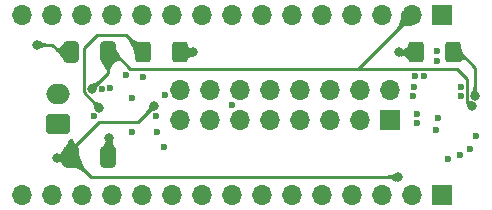
<source format=gbr>
%TF.GenerationSoftware,KiCad,Pcbnew,7.0.8*%
%TF.CreationDate,2023-10-11T21:33:04+02:00*%
%TF.ProjectId,LvL_shifter_shield,4c764c5f-7368-4696-9674-65725f736869,rev?*%
%TF.SameCoordinates,Original*%
%TF.FileFunction,Copper,L6,Bot*%
%TF.FilePolarity,Positive*%
%FSLAX46Y46*%
G04 Gerber Fmt 4.6, Leading zero omitted, Abs format (unit mm)*
G04 Created by KiCad (PCBNEW 7.0.8) date 2023-10-11 21:33:04*
%MOMM*%
%LPD*%
G01*
G04 APERTURE LIST*
G04 Aperture macros list*
%AMRoundRect*
0 Rectangle with rounded corners*
0 $1 Rounding radius*
0 $2 $3 $4 $5 $6 $7 $8 $9 X,Y pos of 4 corners*
0 Add a 4 corners polygon primitive as box body*
4,1,4,$2,$3,$4,$5,$6,$7,$8,$9,$2,$3,0*
0 Add four circle primitives for the rounded corners*
1,1,$1+$1,$2,$3*
1,1,$1+$1,$4,$5*
1,1,$1+$1,$6,$7*
1,1,$1+$1,$8,$9*
0 Add four rect primitives between the rounded corners*
20,1,$1+$1,$2,$3,$4,$5,0*
20,1,$1+$1,$4,$5,$6,$7,0*
20,1,$1+$1,$6,$7,$8,$9,0*
20,1,$1+$1,$8,$9,$2,$3,0*%
G04 Aperture macros list end*
%TA.AperFunction,ComponentPad*%
%ADD10RoundRect,0.250000X0.750000X-0.600000X0.750000X0.600000X-0.750000X0.600000X-0.750000X-0.600000X0*%
%TD*%
%TA.AperFunction,ComponentPad*%
%ADD11O,2.000000X1.700000*%
%TD*%
%TA.AperFunction,ComponentPad*%
%ADD12R,1.700000X1.700000*%
%TD*%
%TA.AperFunction,ComponentPad*%
%ADD13O,1.700000X1.700000*%
%TD*%
%TA.AperFunction,SMDPad,CuDef*%
%ADD14RoundRect,0.250000X0.400000X0.625000X-0.400000X0.625000X-0.400000X-0.625000X0.400000X-0.625000X0*%
%TD*%
%TA.AperFunction,SMDPad,CuDef*%
%ADD15RoundRect,0.250000X-0.400000X-0.625000X0.400000X-0.625000X0.400000X0.625000X-0.400000X0.625000X0*%
%TD*%
%TA.AperFunction,SMDPad,CuDef*%
%ADD16RoundRect,0.250000X-0.412500X-0.650000X0.412500X-0.650000X0.412500X0.650000X-0.412500X0.650000X0*%
%TD*%
%TA.AperFunction,ViaPad*%
%ADD17C,0.800000*%
%TD*%
%TA.AperFunction,ViaPad*%
%ADD18C,0.600000*%
%TD*%
%TA.AperFunction,Conductor*%
%ADD19C,0.250000*%
%TD*%
G04 APERTURE END LIST*
D10*
%TO.P,J4,1,Pin_1*%
%TO.N,GND*%
X109067600Y-87325200D03*
D11*
%TO.P,J4,2,Pin_2*%
%TO.N,+5V*%
X109067600Y-84825200D03*
%TD*%
D12*
%TO.P,J1,1,Pin_1*%
%TO.N,Net-(J1-Pin_1)*%
X137160000Y-86995000D03*
D13*
%TO.P,J1,2,Pin_2*%
%TO.N,Net-(J1-Pin_2)*%
X137160000Y-84455000D03*
%TO.P,J1,3,Pin_3*%
%TO.N,Net-(J1-Pin_3)*%
X134620000Y-86995000D03*
%TO.P,J1,4,Pin_4*%
%TO.N,GND*%
X134620000Y-84455000D03*
%TO.P,J1,5,Pin_5*%
%TO.N,Net-(J1-Pin_5)*%
X132080000Y-86995000D03*
%TO.P,J1,6,Pin_6*%
%TO.N,Net-(J1-Pin_6)*%
X132080000Y-84455000D03*
%TO.P,J1,7,Pin_7*%
%TO.N,Net-(J1-Pin_7)*%
X129540000Y-86995000D03*
%TO.P,J1,8,Pin_8*%
%TO.N,Net-(J1-Pin_8)*%
X129540000Y-84455000D03*
%TO.P,J1,9,Pin_9*%
%TO.N,Net-(J1-Pin_9)*%
X127000000Y-86995000D03*
%TO.P,J1,10,Pin_10*%
%TO.N,Net-(J1-Pin_10)*%
X127000000Y-84455000D03*
%TO.P,J1,11,Pin_11*%
%TO.N,Net-(J1-Pin_11)*%
X124460000Y-86995000D03*
%TO.P,J1,12,Pin_12*%
%TO.N,Net-(J1-Pin_12)*%
X124460000Y-84455000D03*
%TO.P,J1,13,Pin_13*%
%TO.N,Net-(J1-Pin_13)*%
X121920000Y-86995000D03*
%TO.P,J1,14,Pin_14*%
%TO.N,Net-(J1-Pin_14)*%
X121920000Y-84455000D03*
%TO.P,J1,15,Pin_15*%
%TO.N,Net-(J1-Pin_15)*%
X119380000Y-86995000D03*
%TO.P,J1,16,Pin_16*%
%TO.N,GND*%
X119380000Y-84455000D03*
%TD*%
D14*
%TO.P,R2,1*%
%TO.N,GND*%
X119380000Y-81280000D03*
%TO.P,R2,2*%
%TO.N,Net-(U2-OE)*%
X116280000Y-81280000D03*
%TD*%
D12*
%TO.P,J3,1,Pin_1*%
%TO.N,unconnected-(J3-Pin_1-Pad1)*%
X141605000Y-93345000D03*
D13*
%TO.P,J3,2,Pin_2*%
%TO.N,unconnected-(J3-Pin_2-Pad2)*%
X139065000Y-93345000D03*
%TO.P,J3,3,Pin_3*%
%TO.N,unconnected-(J3-Pin_3-Pad3)*%
X136525000Y-93345000D03*
%TO.P,J3,4,Pin_4*%
%TO.N,GND*%
X133985000Y-93345000D03*
%TO.P,J3,5,Pin_5*%
%TO.N,Net-(J3-Pin_5)*%
X131445000Y-93345000D03*
%TO.P,J3,6,Pin_6*%
%TO.N,Net-(J3-Pin_6)*%
X128905000Y-93345000D03*
%TO.P,J3,7,Pin_7*%
%TO.N,Net-(J3-Pin_7)*%
X126365000Y-93345000D03*
%TO.P,J3,8,Pin_8*%
%TO.N,Net-(J3-Pin_8)*%
X123825000Y-93345000D03*
%TO.P,J3,9,Pin_9*%
%TO.N,Net-(J3-Pin_9)*%
X121285000Y-93345000D03*
%TO.P,J3,10,Pin_10*%
%TO.N,Net-(J3-Pin_10)*%
X118745000Y-93345000D03*
%TO.P,J3,11,Pin_11*%
%TO.N,unconnected-(J3-Pin_11-Pad11)*%
X116205000Y-93345000D03*
%TO.P,J3,12,Pin_12*%
%TO.N,Net-(J3-Pin_12)*%
X113665000Y-93345000D03*
%TO.P,J3,13,Pin_13*%
%TO.N,Net-(J3-Pin_13)*%
X111125000Y-93345000D03*
%TO.P,J3,14,Pin_14*%
%TO.N,Net-(J3-Pin_14)*%
X108585000Y-93345000D03*
%TO.P,J3,15,Pin_15*%
%TO.N,unconnected-(J3-Pin_15-Pad15)*%
X106045000Y-93345000D03*
%TD*%
D15*
%TO.P,R1,1*%
%TO.N,GND*%
X139420000Y-81280000D03*
%TO.P,R1,2*%
%TO.N,Net-(U1-OE)*%
X142520000Y-81280000D03*
%TD*%
D16*
%TO.P,C1,1*%
%TO.N,+5V*%
X110197500Y-90170000D03*
%TO.P,C1,2*%
%TO.N,GND*%
X113322500Y-90170000D03*
%TD*%
%TO.P,C2,1*%
%TO.N,GND*%
X110197500Y-81280000D03*
%TO.P,C2,2*%
%TO.N,+3.3V*%
X113322500Y-81280000D03*
%TD*%
D12*
%TO.P,J2,1,Pin_1*%
%TO.N,unconnected-(J2-Pin_1-Pad1)*%
X141575000Y-78105000D03*
D13*
%TO.P,J2,2,Pin_2*%
%TO.N,+3.3V*%
X139035000Y-78105000D03*
%TO.P,J2,3,Pin_3*%
%TO.N,unconnected-(J2-Pin_3-Pad3)*%
X136495000Y-78105000D03*
%TO.P,J2,4,Pin_4*%
%TO.N,Net-(J2-Pin_4)*%
X133955000Y-78105000D03*
%TO.P,J2,5,Pin_5*%
%TO.N,Net-(J2-Pin_5)*%
X131415000Y-78105000D03*
%TO.P,J2,6,Pin_6*%
%TO.N,Net-(J2-Pin_6)*%
X128875000Y-78105000D03*
%TO.P,J2,7,Pin_7*%
%TO.N,Net-(J2-Pin_7)*%
X126335000Y-78105000D03*
%TO.P,J2,8,Pin_8*%
%TO.N,Net-(J2-Pin_8)*%
X123795000Y-78105000D03*
%TO.P,J2,9,Pin_9*%
%TO.N,unconnected-(J2-Pin_9-Pad9)*%
X121255000Y-78105000D03*
%TO.P,J2,10,Pin_10*%
%TO.N,unconnected-(J2-Pin_10-Pad10)*%
X118715000Y-78105000D03*
%TO.P,J2,11,Pin_11*%
%TO.N,unconnected-(J2-Pin_11-Pad11)*%
X116175000Y-78105000D03*
%TO.P,J2,12,Pin_12*%
%TO.N,unconnected-(J2-Pin_12-Pad12)*%
X113635000Y-78105000D03*
%TO.P,J2,13,Pin_13*%
%TO.N,unconnected-(J2-Pin_13-Pad13)*%
X111095000Y-78105000D03*
%TO.P,J2,14,Pin_14*%
%TO.N,GND*%
X108555000Y-78105000D03*
%TO.P,J2,15,Pin_15*%
%TO.N,unconnected-(J2-Pin_15-Pad15)*%
X106015000Y-78105000D03*
%TD*%
D17*
%TO.N,+5V*%
X108966000Y-90220800D03*
X117217418Y-85805109D03*
X137845800Y-91846400D03*
%TO.N,GND*%
X137936900Y-81280000D03*
X113411000Y-88519000D03*
X107315000Y-80645000D03*
X120548400Y-81280000D03*
%TO.N,+3.3V*%
X144094200Y-85852000D03*
X111973957Y-84349500D03*
D18*
%TO.N,Net-(J1-Pin_1)*%
X141071600Y-87815900D03*
%TO.N,Net-(J1-Pin_2)*%
X139471400Y-87249000D03*
%TO.N,Net-(J1-Pin_3)*%
X141224000Y-86791800D03*
%TO.N,Net-(J1-Pin_5)*%
X139471400Y-86449500D03*
%TO.N,Net-(J1-Pin_6)*%
X139106900Y-85000500D03*
%TO.N,Net-(J1-Pin_7)*%
X139213273Y-84223994D03*
%TO.N,Net-(J1-Pin_8)*%
X139318127Y-83252300D03*
%TO.N,Net-(J1-Pin_9)*%
X140055600Y-83252300D03*
%TO.N,Net-(J1-Pin_10)*%
X116255800Y-83328500D03*
%TO.N,Net-(J1-Pin_11)*%
X118161541Y-84911459D03*
%TO.N,Net-(J1-Pin_12)*%
X123799600Y-85725000D03*
%TO.N,Net-(J1-Pin_13)*%
X118059200Y-89255600D03*
%TO.N,Net-(J1-Pin_14)*%
X117398800Y-86690200D03*
%TO.N,Net-(J1-Pin_15)*%
X117449600Y-88011000D03*
%TO.N,Net-(J2-Pin_4)*%
X141198600Y-81178400D03*
%TO.N,Net-(J2-Pin_5)*%
X114808000Y-83210400D03*
%TO.N,Net-(J2-Pin_6)*%
X113471413Y-84285500D03*
%TO.N,Net-(J2-Pin_7)*%
X112773200Y-84369864D03*
%TO.N,Net-(J2-Pin_8)*%
X141198600Y-82016600D03*
%TO.N,Net-(J3-Pin_5)*%
X142087600Y-90322400D03*
%TO.N,Net-(J3-Pin_6)*%
X143078200Y-89941400D03*
%TO.N,Net-(J3-Pin_7)*%
X143941800Y-89433400D03*
%TO.N,Net-(J3-Pin_8)*%
X144475200Y-88341200D03*
%TO.N,Net-(J3-Pin_9)*%
X143214100Y-84939103D03*
%TO.N,Net-(J3-Pin_10)*%
X143205200Y-84175600D03*
%TO.N,Net-(J3-Pin_12)*%
X115341400Y-85166200D03*
%TO.N,Net-(J3-Pin_13)*%
X112166400Y-86635500D03*
%TO.N,Net-(J3-Pin_14)*%
X115366800Y-87994500D03*
D17*
%TO.N,Net-(U1-OE)*%
X144373600Y-84963000D03*
%TO.N,Net-(U2-OE)*%
X112582201Y-85952628D03*
%TD*%
D19*
%TO.N,+5V*%
X137820400Y-91821000D02*
X111848500Y-91821000D01*
X111848500Y-91821000D02*
X110197500Y-90170000D01*
X117217418Y-85805109D02*
X115849727Y-87172800D01*
X115849727Y-87172800D02*
X112572800Y-87172800D01*
X110197500Y-89548100D02*
X110197500Y-90170000D01*
X137845800Y-91846400D02*
X137820400Y-91821000D01*
X110146700Y-90220800D02*
X110197500Y-90170000D01*
X112572800Y-87172800D02*
X110197500Y-89548100D01*
X108966000Y-90220800D02*
X110146700Y-90220800D01*
%TO.N,GND*%
X139420000Y-81280000D02*
X137936900Y-81280000D01*
X113411000Y-90081500D02*
X113322500Y-90170000D01*
X109220000Y-81280000D02*
X110197500Y-81280000D01*
X108585000Y-80645000D02*
X109220000Y-81280000D01*
X113411000Y-88519000D02*
X113411000Y-90081500D01*
X120548400Y-81280000D02*
X119380000Y-81280000D01*
X107315000Y-80645000D02*
X108585000Y-80645000D01*
%TO.N,+3.3V*%
X115163600Y-82651600D02*
X134493000Y-82651600D01*
X111973957Y-84349500D02*
X113322500Y-83000957D01*
X113322500Y-81280000D02*
X113792000Y-81280000D01*
X143738600Y-83540600D02*
X143738600Y-85496400D01*
X113792000Y-81280000D02*
X115163600Y-82651600D01*
X113322500Y-83000957D02*
X113322500Y-81280000D01*
X137083800Y-80056200D02*
X137083800Y-80060800D01*
X139035000Y-78105000D02*
X137083800Y-80056200D01*
X143738600Y-85496400D02*
X144094200Y-85852000D01*
X142849600Y-82651600D02*
X143738600Y-83540600D01*
X134493000Y-82651600D02*
X142849600Y-82651600D01*
X137083800Y-80060800D02*
X134493000Y-82651600D01*
%TO.N,Net-(U1-OE)*%
X143078200Y-81280000D02*
X142520000Y-81280000D01*
X144373600Y-84963000D02*
X144373600Y-82575400D01*
X144373600Y-82575400D02*
X143078200Y-81280000D01*
%TO.N,Net-(U2-OE)*%
X112582201Y-85952628D02*
X111252000Y-84622427D01*
X111252000Y-84622427D02*
X111252000Y-80924400D01*
X114832200Y-79832200D02*
X116280000Y-81280000D01*
X112344200Y-79832200D02*
X114832200Y-79832200D01*
X111252000Y-80924400D02*
X112344200Y-79832200D01*
%TD*%
%TA.AperFunction,Conductor*%
%TO.N,+3.3V*%
G36*
X112458928Y-83703100D02*
G01*
X112620356Y-83864528D01*
X112623783Y-83872801D01*
X112620953Y-83880431D01*
X112517247Y-84000987D01*
X112460357Y-84107715D01*
X112457773Y-84116805D01*
X112454793Y-84121877D01*
X112445150Y-84131521D01*
X112387553Y-84244561D01*
X112367708Y-84369863D01*
X112367708Y-84369864D01*
X112374056Y-84409949D01*
X112373559Y-84415600D01*
X112347557Y-84490856D01*
X112341616Y-84497556D01*
X112332677Y-84498094D01*
X112332046Y-84497855D01*
X111977761Y-84352063D01*
X111971414Y-84345745D01*
X111971393Y-84345695D01*
X111877202Y-84116805D01*
X111825600Y-83991408D01*
X111825621Y-83982455D01*
X111831968Y-83976137D01*
X111832568Y-83975910D01*
X111985402Y-83923099D01*
X111985899Y-83922954D01*
X112110367Y-83893049D01*
X112215741Y-83863098D01*
X112322469Y-83806207D01*
X112443028Y-83702502D01*
X112451532Y-83699706D01*
X112458928Y-83703100D01*
G37*
%TD.AperFunction*%
%TD*%
%TA.AperFunction,Conductor*%
%TO.N,GND*%
G36*
X120399818Y-80921273D02*
G01*
X120400096Y-80921888D01*
X120547523Y-81275498D01*
X120547544Y-81284452D01*
X120547523Y-81284502D01*
X120400096Y-81638111D01*
X120393749Y-81644429D01*
X120384795Y-81644408D01*
X120384189Y-81644134D01*
X120238820Y-81573427D01*
X120238324Y-81573156D01*
X120129184Y-81506301D01*
X120033493Y-81452969D01*
X120033488Y-81452967D01*
X119917802Y-81417729D01*
X119917796Y-81417728D01*
X119759223Y-81405813D01*
X119751230Y-81401776D01*
X119748400Y-81394146D01*
X119748400Y-81165853D01*
X119751827Y-81157580D01*
X119759221Y-81154186D01*
X119917798Y-81142270D01*
X119917800Y-81142269D01*
X119917802Y-81142269D01*
X120033488Y-81107031D01*
X120033489Y-81107030D01*
X120033494Y-81107029D01*
X120129184Y-81053697D01*
X120238333Y-80986836D01*
X120238816Y-80986572D01*
X120384181Y-80915868D01*
X120393118Y-80915332D01*
X120399818Y-80921273D01*
G37*
%TD.AperFunction*%
%TD*%
%TA.AperFunction,Conductor*%
%TO.N,+5V*%
G36*
X110323333Y-88610927D02*
G01*
X110325656Y-88614238D01*
X110426196Y-88828920D01*
X110529889Y-89021308D01*
X110529889Y-89021307D01*
X110633576Y-89184661D01*
X110633582Y-89184670D01*
X110737273Y-89319009D01*
X110833406Y-89416647D01*
X110836769Y-89424947D01*
X110833932Y-89432494D01*
X110206363Y-90160715D01*
X110198366Y-90164745D01*
X110189862Y-90161940D01*
X110188637Y-90160715D01*
X109561066Y-89432494D01*
X109558261Y-89423990D01*
X109561590Y-89416649D01*
X109657723Y-89319012D01*
X109761417Y-89184670D01*
X109865110Y-89021307D01*
X109865110Y-89021308D01*
X109899676Y-88957174D01*
X109968806Y-88828914D01*
X110069344Y-88614237D01*
X110075957Y-88608199D01*
X110079940Y-88607500D01*
X110315060Y-88607500D01*
X110323333Y-88610927D01*
G37*
%TD.AperFunction*%
%TD*%
%TA.AperFunction,Conductor*%
%TO.N,+5V*%
G36*
X137697223Y-91487662D02*
G01*
X137697433Y-91488137D01*
X137844923Y-91841898D01*
X137844944Y-91850852D01*
X137844923Y-91850902D01*
X137697569Y-92204336D01*
X137691222Y-92210654D01*
X137682268Y-92210633D01*
X137681494Y-92210277D01*
X137536215Y-92136884D01*
X137535560Y-92136498D01*
X137428099Y-92063370D01*
X137334560Y-92002650D01*
X137220422Y-91961284D01*
X137206320Y-91960012D01*
X137061502Y-91946959D01*
X137053570Y-91942803D01*
X137050852Y-91935306D01*
X137050852Y-91706998D01*
X137054279Y-91698725D01*
X137061828Y-91695320D01*
X137217753Y-91685666D01*
X137333060Y-91656234D01*
X137333065Y-91656231D01*
X137333067Y-91656231D01*
X137429094Y-91610058D01*
X137429093Y-91610058D01*
X137429103Y-91610053D01*
X137538069Y-91549554D01*
X137538359Y-91549406D01*
X137681660Y-91482049D01*
X137690602Y-91481632D01*
X137697223Y-91487662D01*
G37*
%TD.AperFunction*%
%TD*%
%TA.AperFunction,Conductor*%
%TO.N,+5V*%
G36*
X109543466Y-89542569D02*
G01*
X109544786Y-89543661D01*
X110190087Y-90161940D01*
X110193690Y-90170138D01*
X110190476Y-90178446D01*
X109552366Y-90850191D01*
X109544183Y-90853829D01*
X109535825Y-90850616D01*
X109534631Y-90849295D01*
X109427577Y-90710850D01*
X109312183Y-90584807D01*
X109312179Y-90584803D01*
X109312175Y-90584799D01*
X109196797Y-90481958D01*
X109196791Y-90481953D01*
X109196788Y-90481951D01*
X109081397Y-90402283D01*
X109081396Y-90402282D01*
X108972556Y-90349008D01*
X108966632Y-90342293D01*
X108966000Y-90338499D01*
X108966000Y-90102625D01*
X108969427Y-90094352D01*
X108971939Y-90092442D01*
X109079800Y-90031461D01*
X109193600Y-89943140D01*
X109307399Y-89830837D01*
X109378578Y-89745593D01*
X109421200Y-89694551D01*
X109421199Y-89694551D01*
X109527153Y-89545333D01*
X109534736Y-89540574D01*
X109543466Y-89542569D01*
G37*
%TD.AperFunction*%
%TD*%
%TA.AperFunction,Conductor*%
%TO.N,GND*%
G36*
X120031713Y-80639869D02*
G01*
X120033049Y-80641456D01*
X120129696Y-80779472D01*
X120129697Y-80779472D01*
X120129701Y-80779478D01*
X120184935Y-80846619D01*
X120234362Y-80906702D01*
X120234388Y-80906731D01*
X120339048Y-81011716D01*
X120339050Y-81011718D01*
X120391387Y-81053098D01*
X120443723Y-81094477D01*
X120542556Y-81151621D01*
X120548003Y-81158729D01*
X120548400Y-81161750D01*
X120548400Y-81398249D01*
X120544973Y-81406522D01*
X120542556Y-81408378D01*
X120443723Y-81465521D01*
X120339052Y-81548279D01*
X120339048Y-81548282D01*
X120234388Y-81653267D01*
X120234362Y-81653296D01*
X120167431Y-81734657D01*
X120129701Y-81780521D01*
X120129697Y-81780527D01*
X120129696Y-81780527D01*
X120033049Y-81918543D01*
X120025496Y-81923354D01*
X120016754Y-81921416D01*
X120015170Y-81920083D01*
X119387196Y-81288246D01*
X119383795Y-81279964D01*
X119387196Y-81271753D01*
X120015169Y-80639917D01*
X120023429Y-80636467D01*
X120031713Y-80639869D01*
G37*
%TD.AperFunction*%
%TD*%
%TA.AperFunction,Conductor*%
%TO.N,Net-(U1-OE)*%
G36*
X143174915Y-80887653D02*
G01*
X143175565Y-80888856D01*
X143279597Y-81111642D01*
X143279597Y-81111643D01*
X143279601Y-81111650D01*
X143389202Y-81315615D01*
X143472979Y-81448019D01*
X143498807Y-81488839D01*
X143498808Y-81488841D01*
X143608406Y-81631307D01*
X143608410Y-81631312D01*
X143661854Y-81685791D01*
X143709892Y-81734759D01*
X143713239Y-81743063D01*
X143709813Y-81751224D01*
X143544244Y-81916793D01*
X143536984Y-81920176D01*
X143436123Y-81928942D01*
X143436119Y-81928942D01*
X143436118Y-81928943D01*
X143421039Y-81932699D01*
X143331016Y-81955123D01*
X143330998Y-81955129D01*
X143225899Y-81998357D01*
X143225897Y-81998358D01*
X143120782Y-82058640D01*
X143120778Y-82058643D01*
X143026183Y-82128235D01*
X143017489Y-82130378D01*
X143009826Y-82125744D01*
X143009132Y-82124684D01*
X142540339Y-81315615D01*
X142524993Y-81289130D01*
X142523810Y-81280253D01*
X142528962Y-81273314D01*
X143158812Y-80883854D01*
X143167650Y-80882418D01*
X143174915Y-80887653D01*
G37*
%TD.AperFunction*%
%TD*%
%TA.AperFunction,Conductor*%
%TO.N,+3.3V*%
G36*
X113989648Y-80910594D02*
G01*
X113990216Y-80911725D01*
X114096369Y-81154933D01*
X114096374Y-81154943D01*
X114207737Y-81377840D01*
X114319106Y-81568499D01*
X114430479Y-81726914D01*
X114474893Y-81777226D01*
X114534570Y-81844827D01*
X114537476Y-81853296D01*
X114534072Y-81860842D01*
X114368807Y-82026107D01*
X114360534Y-82029534D01*
X114359792Y-82029510D01*
X114258193Y-82023054D01*
X114258187Y-82023054D01*
X114158945Y-82032078D01*
X114151309Y-82032773D01*
X114116558Y-82041299D01*
X114044432Y-82058997D01*
X113937547Y-82101731D01*
X113937537Y-82101736D01*
X113840728Y-82155395D01*
X113831831Y-82156409D01*
X113824923Y-82151011D01*
X113752832Y-82026107D01*
X113327662Y-81289463D01*
X113326495Y-81280585D01*
X113331946Y-81273482D01*
X113973683Y-80906249D01*
X113982565Y-80905115D01*
X113989648Y-80910594D01*
G37*
%TD.AperFunction*%
%TD*%
%TA.AperFunction,Conductor*%
%TO.N,GND*%
G36*
X113536301Y-88610927D02*
G01*
X113538915Y-88614917D01*
X113621993Y-88826250D01*
X113707987Y-89017308D01*
X113793982Y-89180674D01*
X113825407Y-89230254D01*
X113879970Y-89316340D01*
X113959930Y-89416745D01*
X113962404Y-89425352D01*
X113959641Y-89431672D01*
X113332241Y-90159696D01*
X113324244Y-90163726D01*
X113315740Y-90160921D01*
X113313846Y-90158843D01*
X112739517Y-89352064D01*
X112737511Y-89343337D01*
X112741567Y-89336284D01*
X112843778Y-89251292D01*
X112954333Y-89131755D01*
X113064889Y-88984610D01*
X113064892Y-88984606D01*
X113175443Y-88809861D01*
X113282673Y-88613590D01*
X113289647Y-88607973D01*
X113292941Y-88607500D01*
X113528028Y-88607500D01*
X113536301Y-88610927D01*
G37*
%TD.AperFunction*%
%TD*%
%TA.AperFunction,Conductor*%
%TO.N,+5V*%
G36*
X109129604Y-89856391D02*
G01*
X109130197Y-89856658D01*
X109270360Y-89924832D01*
X109275581Y-89927372D01*
X109276078Y-89927644D01*
X109385215Y-89994497D01*
X109480905Y-90047829D01*
X109480910Y-90047831D01*
X109596596Y-90083069D01*
X109596599Y-90083069D01*
X109596601Y-90083070D01*
X109755178Y-90094986D01*
X109763170Y-90099023D01*
X109766000Y-90106653D01*
X109766000Y-90334946D01*
X109762573Y-90343219D01*
X109755177Y-90346613D01*
X109596602Y-90358528D01*
X109596596Y-90358529D01*
X109480910Y-90393767D01*
X109480905Y-90393769D01*
X109385215Y-90447101D01*
X109276078Y-90513953D01*
X109275581Y-90514225D01*
X109130220Y-90584930D01*
X109121281Y-90585467D01*
X109114581Y-90579527D01*
X109114303Y-90578911D01*
X109037114Y-90393770D01*
X108966875Y-90225299D01*
X108966855Y-90216350D01*
X109114303Y-89862687D01*
X109120650Y-89856370D01*
X109129604Y-89856391D01*
G37*
%TD.AperFunction*%
%TD*%
%TA.AperFunction,Conductor*%
%TO.N,+3.3V*%
G36*
X143862563Y-85202720D02*
G01*
X143865691Y-85208365D01*
X143895520Y-85337776D01*
X143979899Y-85401734D01*
X143979900Y-85401734D01*
X143979901Y-85401735D01*
X143979900Y-85401735D01*
X144099661Y-85433437D01*
X144236039Y-85474642D01*
X144239199Y-85476143D01*
X144365300Y-85561233D01*
X144370241Y-85568702D01*
X144368455Y-85577476D01*
X144367044Y-85579191D01*
X144097641Y-85849546D01*
X144089374Y-85852987D01*
X144089324Y-85852987D01*
X143705284Y-85852027D01*
X143697019Y-85848579D01*
X143693629Y-85840929D01*
X143685817Y-85689417D01*
X143685817Y-85689414D01*
X143665828Y-85574895D01*
X143642013Y-85476574D01*
X143641940Y-85476218D01*
X143622042Y-85362221D01*
X143621963Y-85361516D01*
X143614234Y-85211595D01*
X143617230Y-85203157D01*
X143625316Y-85199309D01*
X143625918Y-85199293D01*
X143854290Y-85199293D01*
X143862563Y-85202720D01*
G37*
%TD.AperFunction*%
%TD*%
%TA.AperFunction,Conductor*%
%TO.N,Net-(U2-OE)*%
G36*
X115270740Y-80090813D02*
G01*
X115370674Y-80150497D01*
X115475176Y-80212910D01*
X115475185Y-80212914D01*
X115687442Y-80308183D01*
X115687453Y-80308187D01*
X115899703Y-80371954D01*
X115899710Y-80371956D01*
X116111974Y-80404228D01*
X116311988Y-80404955D01*
X116320247Y-80408412D01*
X116323644Y-80416698D01*
X116323630Y-80417236D01*
X116281075Y-81273301D01*
X116277241Y-81281394D01*
X116273852Y-81283535D01*
X115641529Y-81544479D01*
X115632574Y-81544467D01*
X115626251Y-81538127D01*
X115626003Y-81537470D01*
X115521228Y-81228973D01*
X115412456Y-80940209D01*
X115303685Y-80682946D01*
X115194906Y-80457169D01*
X115090467Y-80270643D01*
X115089416Y-80261750D01*
X115092401Y-80256656D01*
X115256472Y-80092585D01*
X115264744Y-80089159D01*
X115270740Y-80090813D01*
G37*
%TD.AperFunction*%
%TD*%
%TA.AperFunction,Conductor*%
%TO.N,+5V*%
G36*
X116859317Y-85656748D02*
G01*
X117213613Y-85802545D01*
X117219960Y-85808863D01*
X117219981Y-85808913D01*
X117365774Y-86163199D01*
X117365753Y-86172153D01*
X117359406Y-86178471D01*
X117358775Y-86178709D01*
X117205994Y-86231499D01*
X117205450Y-86231658D01*
X117081006Y-86261558D01*
X116975633Y-86291509D01*
X116868905Y-86348399D01*
X116748349Y-86452105D01*
X116739842Y-86454902D01*
X116732446Y-86451508D01*
X116571018Y-86290080D01*
X116567591Y-86281807D01*
X116570419Y-86274180D01*
X116674125Y-86153621D01*
X116731016Y-86046893D01*
X116760967Y-85941519D01*
X116790872Y-85817051D01*
X116791017Y-85816554D01*
X116843818Y-85663749D01*
X116849757Y-85657051D01*
X116858696Y-85656514D01*
X116859317Y-85656748D01*
G37*
%TD.AperFunction*%
%TD*%
%TA.AperFunction,Conductor*%
%TO.N,+3.3V*%
G36*
X138261577Y-77784622D02*
G01*
X139031215Y-78102438D01*
X139037552Y-78108761D01*
X139037562Y-78108785D01*
X139355372Y-78878410D01*
X139355363Y-78887365D01*
X139349024Y-78893690D01*
X139347984Y-78894063D01*
X138992835Y-79002829D01*
X138990855Y-79003252D01*
X138704709Y-79038891D01*
X138457870Y-79068756D01*
X138457861Y-79068758D01*
X138210379Y-79163893D01*
X137929485Y-79388918D01*
X137920886Y-79391416D01*
X137913897Y-79388060D01*
X137751939Y-79226102D01*
X137748512Y-79217829D01*
X137751080Y-79210516D01*
X137976104Y-78929619D01*
X138071241Y-78682135D01*
X138101107Y-78435289D01*
X138136745Y-78149139D01*
X138137168Y-78147163D01*
X138150298Y-78104293D01*
X138245936Y-77792014D01*
X138251635Y-77785108D01*
X138260549Y-77784254D01*
X138261577Y-77784622D01*
G37*
%TD.AperFunction*%
%TD*%
%TA.AperFunction,Conductor*%
%TO.N,GND*%
G36*
X109595940Y-80492147D02*
G01*
X109598041Y-80494271D01*
X110191343Y-81271713D01*
X110193638Y-81280368D01*
X110189448Y-81287868D01*
X109545047Y-81814755D01*
X109536473Y-81817339D01*
X109528583Y-81813103D01*
X109527871Y-81812134D01*
X109471460Y-81726379D01*
X109405182Y-81625624D01*
X109405181Y-81625624D01*
X109405178Y-81625619D01*
X109347934Y-81551229D01*
X109275365Y-81456922D01*
X109275357Y-81456913D01*
X109145535Y-81316852D01*
X109015714Y-81205438D01*
X109015712Y-81205436D01*
X109015710Y-81205435D01*
X108898180Y-81130502D01*
X108893046Y-81123165D01*
X108894605Y-81114347D01*
X108896192Y-81112369D01*
X109061265Y-80947296D01*
X109064459Y-80945031D01*
X109167904Y-80895238D01*
X109273139Y-80823543D01*
X109378375Y-80730809D01*
X109483610Y-80617035D01*
X109579518Y-80494170D01*
X109587310Y-80489758D01*
X109595940Y-80492147D01*
G37*
%TD.AperFunction*%
%TD*%
%TA.AperFunction,Conductor*%
%TO.N,Net-(U2-OE)*%
G36*
X112113130Y-85305630D02*
G01*
X112233687Y-85409335D01*
X112340415Y-85466226D01*
X112445789Y-85496177D01*
X112570250Y-85526081D01*
X112570759Y-85526229D01*
X112723559Y-85579028D01*
X112730258Y-85584967D01*
X112730795Y-85593906D01*
X112730557Y-85594537D01*
X112584764Y-85948823D01*
X112578446Y-85955170D01*
X112578396Y-85955191D01*
X112224110Y-86100984D01*
X112215156Y-86100963D01*
X112208838Y-86094616D01*
X112208607Y-86094006D01*
X112155802Y-85941186D01*
X112155654Y-85940677D01*
X112125750Y-85816216D01*
X112095799Y-85710842D01*
X112038908Y-85604114D01*
X111935203Y-85483557D01*
X111932407Y-85475052D01*
X111935800Y-85467657D01*
X112097230Y-85306227D01*
X112105502Y-85302801D01*
X112113130Y-85305630D01*
G37*
%TD.AperFunction*%
%TD*%
%TA.AperFunction,Conductor*%
%TO.N,GND*%
G36*
X138783223Y-80638365D02*
G01*
X138783979Y-80639062D01*
X139412802Y-81271752D01*
X139416204Y-81280036D01*
X139412802Y-81288248D01*
X138783979Y-81920937D01*
X138775717Y-81924389D01*
X138767433Y-81920987D01*
X138766736Y-81920231D01*
X138643982Y-81774640D01*
X138643978Y-81774635D01*
X138576440Y-81707516D01*
X138512989Y-81644458D01*
X138512982Y-81644452D01*
X138480864Y-81618708D01*
X138381989Y-81539453D01*
X138381985Y-81539451D01*
X138381982Y-81539448D01*
X138250996Y-81459635D01*
X138250992Y-81459633D01*
X138127196Y-81408001D01*
X138120880Y-81401654D01*
X138120000Y-81397203D01*
X138120000Y-81162796D01*
X138123427Y-81154523D01*
X138127193Y-81151999D01*
X138250994Y-81100364D01*
X138381989Y-81020546D01*
X138512983Y-80915546D01*
X138643978Y-80785364D01*
X138766737Y-80639766D01*
X138774689Y-80635652D01*
X138783223Y-80638365D01*
G37*
%TD.AperFunction*%
%TD*%
%TA.AperFunction,Conductor*%
%TO.N,+5V*%
G36*
X110857415Y-89900355D02*
G01*
X110863739Y-89906696D01*
X110864005Y-89907405D01*
X110955272Y-90176779D01*
X110970954Y-90223065D01*
X111081908Y-90518297D01*
X111192863Y-90781280D01*
X111303817Y-91012012D01*
X111388564Y-91163613D01*
X111410454Y-91202770D01*
X111411499Y-91211664D01*
X111408514Y-91216752D01*
X111244424Y-91380842D01*
X111236151Y-91384269D01*
X111230177Y-91382629D01*
X111022511Y-91259316D01*
X111022509Y-91259315D01*
X110807023Y-91163610D01*
X110591558Y-91100161D01*
X110591554Y-91100160D01*
X110591547Y-91100158D01*
X110586571Y-91099437D01*
X110376069Y-91068954D01*
X110376065Y-91068954D01*
X110369582Y-91068985D01*
X110172822Y-91069940D01*
X110164532Y-91066553D01*
X110161065Y-91058297D01*
X110161073Y-91057798D01*
X110196492Y-90176778D01*
X110200249Y-90168650D01*
X110203720Y-90166434D01*
X110848463Y-89900344D01*
X110857415Y-89900355D01*
G37*
%TD.AperFunction*%
%TD*%
%TA.AperFunction,Conductor*%
%TO.N,Net-(U1-OE)*%
G36*
X144496019Y-84166427D02*
G01*
X144499413Y-84173823D01*
X144511328Y-84332396D01*
X144511329Y-84332402D01*
X144546567Y-84448088D01*
X144546569Y-84448093D01*
X144599901Y-84543784D01*
X144666756Y-84652924D01*
X144667028Y-84653421D01*
X144737730Y-84798779D01*
X144738267Y-84807718D01*
X144732327Y-84814418D01*
X144731711Y-84814696D01*
X144378102Y-84962123D01*
X144369148Y-84962144D01*
X144369098Y-84962123D01*
X144015488Y-84814696D01*
X144009170Y-84808349D01*
X144009191Y-84799395D01*
X144009459Y-84798801D01*
X144080172Y-84653416D01*
X144080439Y-84652928D01*
X144080442Y-84652924D01*
X144147297Y-84543784D01*
X144200629Y-84448094D01*
X144235870Y-84332398D01*
X144247787Y-84173823D01*
X144251824Y-84165830D01*
X144259454Y-84163000D01*
X144487746Y-84163000D01*
X144496019Y-84166427D01*
G37*
%TD.AperFunction*%
%TD*%
%TA.AperFunction,Conductor*%
%TO.N,GND*%
G36*
X107478604Y-80280591D02*
G01*
X107479197Y-80280858D01*
X107619360Y-80349032D01*
X107624581Y-80351572D01*
X107625078Y-80351844D01*
X107734215Y-80418697D01*
X107829905Y-80472029D01*
X107829910Y-80472031D01*
X107945596Y-80507269D01*
X107945599Y-80507269D01*
X107945601Y-80507270D01*
X108104178Y-80519186D01*
X108112170Y-80523223D01*
X108115000Y-80530853D01*
X108115000Y-80759146D01*
X108111573Y-80767419D01*
X108104177Y-80770813D01*
X107945602Y-80782728D01*
X107945596Y-80782729D01*
X107829910Y-80817967D01*
X107829905Y-80817969D01*
X107734215Y-80871301D01*
X107625078Y-80938153D01*
X107624581Y-80938425D01*
X107479220Y-81009130D01*
X107470281Y-81009667D01*
X107463581Y-81003727D01*
X107463303Y-81003111D01*
X107386114Y-80817970D01*
X107315875Y-80649499D01*
X107315855Y-80640550D01*
X107463303Y-80286887D01*
X107469650Y-80280570D01*
X107478604Y-80280591D01*
G37*
%TD.AperFunction*%
%TD*%
%TA.AperFunction,Conductor*%
%TO.N,+3.3V*%
G36*
X113330138Y-81288059D02*
G01*
X113331363Y-81289284D01*
X113958932Y-82017505D01*
X113961737Y-82026009D01*
X113958406Y-82033352D01*
X113862273Y-82130989D01*
X113758582Y-82265328D01*
X113758576Y-82265337D01*
X113654889Y-82428692D01*
X113654889Y-82428691D01*
X113551196Y-82621079D01*
X113450656Y-82835762D01*
X113444043Y-82841801D01*
X113440060Y-82842500D01*
X113204940Y-82842500D01*
X113196667Y-82839073D01*
X113194344Y-82835762D01*
X113093803Y-82621079D01*
X112990110Y-82428691D01*
X112990110Y-82428692D01*
X112886417Y-82265329D01*
X112782723Y-82130987D01*
X112686593Y-82033352D01*
X112683230Y-82025052D01*
X112686067Y-82017505D01*
X113313637Y-81289284D01*
X113321634Y-81285254D01*
X113330138Y-81288059D01*
G37*
%TD.AperFunction*%
%TD*%
%TA.AperFunction,Conductor*%
%TO.N,GND*%
G36*
X113769111Y-88667303D02*
G01*
X113775429Y-88673650D01*
X113775408Y-88682604D01*
X113775130Y-88683220D01*
X113704425Y-88828581D01*
X113704153Y-88829078D01*
X113637301Y-88938215D01*
X113583969Y-89033905D01*
X113583967Y-89033910D01*
X113548729Y-89149596D01*
X113548728Y-89149602D01*
X113536813Y-89308177D01*
X113532776Y-89316170D01*
X113525146Y-89319000D01*
X113296854Y-89319000D01*
X113288581Y-89315573D01*
X113285187Y-89308177D01*
X113273270Y-89149602D01*
X113273269Y-89149596D01*
X113238031Y-89033910D01*
X113238029Y-89033905D01*
X113184697Y-88938215D01*
X113117844Y-88829078D01*
X113117572Y-88828581D01*
X113115032Y-88823360D01*
X113046868Y-88683218D01*
X113046332Y-88674281D01*
X113052272Y-88667581D01*
X113052874Y-88667308D01*
X113406500Y-88519875D01*
X113415449Y-88519855D01*
X113769111Y-88667303D01*
G37*
%TD.AperFunction*%
%TD*%
%TA.AperFunction,Conductor*%
%TO.N,GND*%
G36*
X138100504Y-80915591D02*
G01*
X138101097Y-80915858D01*
X138241260Y-80984032D01*
X138246481Y-80986572D01*
X138246978Y-80986844D01*
X138356115Y-81053697D01*
X138451805Y-81107029D01*
X138451810Y-81107031D01*
X138567496Y-81142269D01*
X138567499Y-81142269D01*
X138567501Y-81142270D01*
X138726078Y-81154186D01*
X138734070Y-81158223D01*
X138736900Y-81165853D01*
X138736900Y-81394146D01*
X138733473Y-81402419D01*
X138726077Y-81405813D01*
X138567502Y-81417728D01*
X138567496Y-81417729D01*
X138451810Y-81452967D01*
X138451805Y-81452969D01*
X138356115Y-81506301D01*
X138246978Y-81573153D01*
X138246481Y-81573425D01*
X138101120Y-81644130D01*
X138092181Y-81644667D01*
X138085481Y-81638727D01*
X138085203Y-81638111D01*
X138008014Y-81452970D01*
X137937775Y-81284499D01*
X137937755Y-81275550D01*
X138085203Y-80921887D01*
X138091550Y-80915570D01*
X138100504Y-80915591D01*
G37*
%TD.AperFunction*%
%TD*%
M02*

</source>
